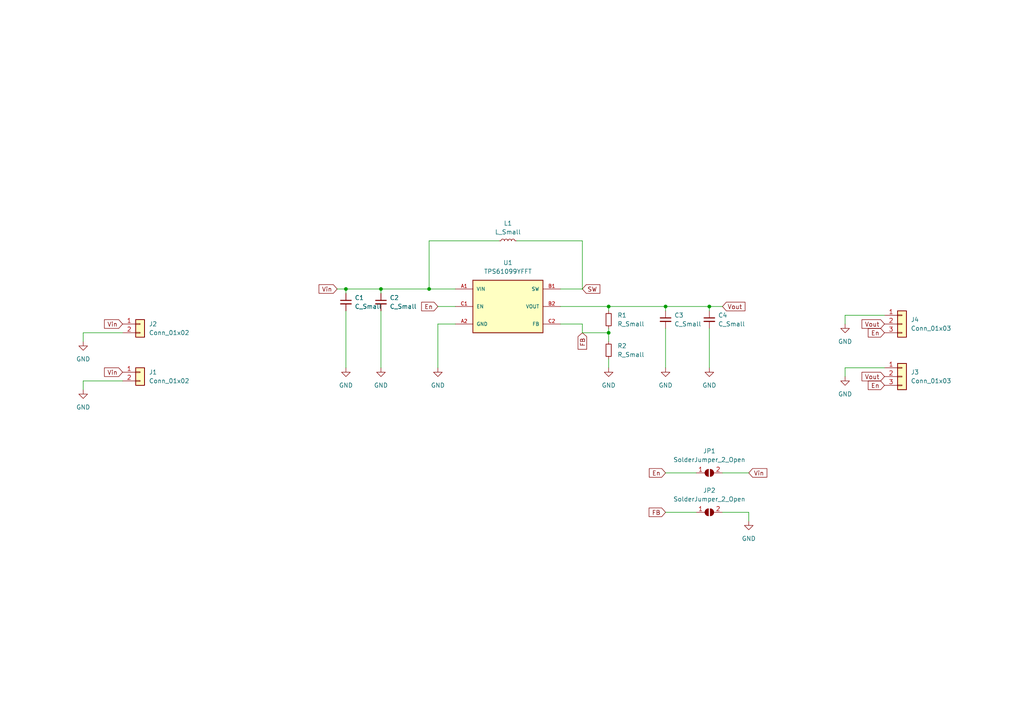
<source format=kicad_sch>
(kicad_sch (version 20231120) (generator "eeschema") (generator_version "8.0")
  (paper "A4")
  (title_block (title "PFFF_template") (date "2024-06-02") (rev "<<version>>") (comment 4 "Git-0d2bf0b"))
  (lib_symbols
    (symbol "Connector_Generic:Conn_01x02" (pin_names (offset 1.016) hide)
      (property "Reference" "J" (at 0 2.54 0))
      (property "Value" "Conn_01x02" (at 0 -5.08 0))
      (symbol "Conn_01x02_1_1"
        (rectangle (start -1.27 -2.413) (end 0 -2.667) (stroke (width 0.1524)))
        (rectangle (start -1.27 0.127) (end 0 -0.127) (stroke (width 0.1524)))
        (rectangle (start -1.27 1.27) (end 1.27 -3.81) (stroke (width 0.254)) (fill (type background)))
        (pin passive line (at -5.08 0 0) (length 3.81) (name "Pin_1") (number "1"))
        (pin passive line (at -5.08 -2.54 0) (length 3.81) (name "Pin_2") (number "2"))
      )
    )
    (symbol "Connector_Generic:Conn_01x03" (pin_names (offset 1.016) hide)
      (property "Reference" "J" (at 0 5.08 0))
      (property "Value" "Conn_01x03" (at 0 -5.08 0))
      (symbol "Conn_01x03_1_1"
        (rectangle (start -1.27 -2.413) (end 0 -2.667) (stroke (width 0.1524)))
        (rectangle (start -1.27 0.127) (end 0 -0.127) (stroke (width 0.1524)))
        (rectangle (start -1.27 2.667) (end 0 2.413) (stroke (width 0.1524)))
        (rectangle (start -1.27 3.81) (end 1.27 -3.81) (stroke (width 0.254)) (fill (type background)))
        (pin passive line (at -5.08 2.54 0) (length 3.81) (name "Pin_1") (number "1"))
        (pin passive line (at -5.08 0 0) (length 3.81) (name "Pin_2") (number "2"))
        (pin passive line (at -5.08 -2.54 0) (length 3.81) (name "Pin_3") (number "3"))
      )
    )
    (symbol "Converter_DCDC_custom:TPS61099YFFT" (pin_names (offset 1.016))
      (property "Reference" "U1" (at 0 12.7 0))
      (property "Value" "TPS61099YFFT" (at 0 10.16 0))
      (symbol "TPS61099YFFT_0_0"
        (rectangle (start -10.16 -7.62) (end 10.16 7.62) (stroke (width 0.254)) (fill (type background)))
        (pin input line (at -15.24 5.08 0) (length 5.08) (name "VIN") (number "A1"))
        (pin power_in line (at -15.24 -5.08 0) (length 5.08) (name "GND") (number "A2"))
        (pin passive line (at 15.24 5.08 180) (length 5.08) (name "SW") (number "B1"))
        (pin output line (at 15.24 0 180) (length 5.08) (name "VOUT") (number "B2"))
        (pin input line (at -15.24 0 0) (length 5.08) (name "EN") (number "C1"))
        (pin input line (at 15.24 -5.08 180) (length 5.08) (name "FB") (number "C2"))
      )
    )
    (symbol "Device:C_Small" (pin_numbers hide) (pin_names (offset 0.254) hide)
      (property "Reference" "C" (at 0.254 1.778 0))
      (property "Value" "C_Small" (at 0.254 -2.032 0))
      (symbol "C_Small_0_1"
        (polyline (pts (xy -1.524 -0.508) (xy 1.524 -0.508)) (stroke (width 0.3302)))
        (polyline (pts (xy -1.524 0.508) (xy 1.524 0.508)) (stroke (width 0.3048)))
      )
      (symbol "C_Small_1_1"
        (pin passive line (at 0 2.54 270) (length 2.032) (name "~") (number "1"))
        (pin passive line (at 0 -2.54 90) (length 2.032) (name "~") (number "2"))
      )
    )
    (symbol "Device:L_Small" (pin_numbers hide) (pin_names (offset 0.254) hide)
      (property "Reference" "L" (at 0.762 1.016 0))
      (property "Value" "L_Small" (at 0.762 -1.016 0))
      (symbol "L_Small_0_1"
        (arc (start 0 -2.032) (mid 0.5058 -1.524) (end 0 -1.016))
        (arc (start 0 -1.016) (mid 0.5058 -0.508) (end 0 0))
        (arc (start 0 0) (mid 0.5058 0.508) (end 0 1.016))
        (arc (start 0 1.016) (mid 0.5058 1.524) (end 0 2.032))
      )
      (symbol "L_Small_1_1"
        (pin passive line (at 0 2.54 270) (length 0.508) (name "~") (number "1"))
        (pin passive line (at 0 -2.54 90) (length 0.508) (name "~") (number "2"))
      )
    )
    (symbol "Device:R_Small" (pin_numbers hide) (pin_names (offset 0.254) hide)
      (property "Reference" "R" (at 0.762 0.508 0))
      (property "Value" "R_Small" (at 0.762 -1.016 0))
      (symbol "R_Small_0_1"
        (rectangle (start -0.762 1.778) (end 0.762 -1.778) (stroke (width 0.2032)))
      )
      (symbol "R_Small_1_1"
        (pin passive line (at 0 2.54 270) (length 0.762) (name "~") (number "1"))
        (pin passive line (at 0 -2.54 90) (length 0.762) (name "~") (number "2"))
      )
    )
    (symbol "Jumper:SolderJumper_2_Open" (pin_names (offset 0) hide)
      (property "Reference" "JP" (at 0 2.032 0))
      (property "Value" "SolderJumper_2_Open" (at 0 -2.54 0))
      (symbol "SolderJumper_2_Open_0_1"
        (arc (start -0.254 1.016) (mid -1.2655 0) (end -0.254 -1.016))
        (arc (start -0.254 1.016) (mid -1.2655 0) (end -0.254 -1.016) (fill (type outline)))
        (polyline (pts (xy -0.254 1.016) (xy -0.254 -1.016)))
        (polyline (pts (xy 0.254 1.016) (xy 0.254 -1.016)))
        (arc (start 0.254 -1.016) (mid 1.2655 0) (end 0.254 1.016))
        (arc (start 0.254 -1.016) (mid 1.2655 0) (end 0.254 1.016) (fill (type outline)))
      )
      (symbol "SolderJumper_2_Open_1_1"
        (pin passive line (at -3.81 0 0) (length 2.54) (name "A") (number "1"))
        (pin passive line (at 3.81 0 180) (length 2.54) (name "B") (number "2"))
      )
    )
    (symbol "power:GND" (power) (pin_names (offset 0))
      (property "Value" "GND" (at 0 -3.81 0))
      (symbol "GND_0_1"
        (polyline (pts (xy 0 0) (xy 0 -1.27) (xy 1.27 -1.27) (xy 0 -2.54) (xy -1.27 -1.27) (xy 0 -1.27)))
      )
      (symbol "GND_1_1"
        (pin power_in line (at 0 0 270) (length 0) hide (name "GND") (number "1"))
      )
    )
  )
  (junction (at 100.33 83.82))
  (junction (at 205.74 88.9))
  (junction (at 193.04 88.9))
  (junction (at 110.49 83.82))
  (junction (at 176.53 96.52))
  (junction (at 176.53 88.9))
  (junction (at 124.46 83.82))
  (wire (pts (xy 176.53 96.52) (xy 176.53 99.06)))
  (wire (pts (xy 100.33 83.82) (xy 100.33 85.09)))
  (wire (pts (xy 245.11 109.22) (xy 245.11 106.68)))
  (wire (pts (xy 24.13 113.03) (xy 24.13 110.49)))
  (wire (pts (xy 144.78 69.85) (xy 124.46 69.85)))
  (wire (pts (xy 193.04 137.16) (xy 201.93 137.16)))
  (wire (pts (xy 162.56 93.98) (xy 168.91 93.98)))
  (wire (pts (xy 24.13 110.49) (xy 35.56 110.49)))
  (wire (pts (xy 124.46 69.85) (xy 124.46 83.82)))
  (wire (pts (xy 205.74 88.9) (xy 205.74 90.17)))
  (wire (pts (xy 176.53 90.17) (xy 176.53 88.9)))
  (wire (pts (xy 245.11 91.44) (xy 256.54 91.44)))
  (wire (pts (xy 162.56 88.9) (xy 176.53 88.9)))
  (wire (pts (xy 100.33 83.82) (xy 110.49 83.82)))
  (wire (pts (xy 176.53 88.9) (xy 193.04 88.9)))
  (wire (pts (xy 127 93.98) (xy 132.08 93.98)))
  (wire (pts (xy 209.55 148.59) (xy 217.17 148.59)))
  (wire (pts (xy 176.53 104.14) (xy 176.53 106.68)))
  (wire (pts (xy 110.49 83.82) (xy 110.49 85.09)))
  (wire (pts (xy 110.49 90.17) (xy 110.49 106.68)))
  (wire (pts (xy 24.13 96.52) (xy 35.56 96.52)))
  (wire (pts (xy 209.55 137.16) (xy 217.17 137.16)))
  (wire (pts (xy 168.91 83.82) (xy 168.91 69.85)))
  (wire (pts (xy 127 88.9) (xy 132.08 88.9)))
  (wire (pts (xy 110.49 83.82) (xy 124.46 83.82)))
  (wire (pts (xy 100.33 90.17) (xy 100.33 106.68)))
  (wire (pts (xy 168.91 83.82) (xy 162.56 83.82)))
  (wire (pts (xy 245.11 106.68) (xy 256.54 106.68)))
  (wire (pts (xy 124.46 83.82) (xy 132.08 83.82)))
  (wire (pts (xy 24.13 99.06) (xy 24.13 96.52)))
  (wire (pts (xy 205.74 95.25) (xy 205.74 106.68)))
  (wire (pts (xy 193.04 88.9) (xy 205.74 88.9)))
  (wire (pts (xy 97.79 83.82) (xy 100.33 83.82)))
  (wire (pts (xy 168.91 93.98) (xy 168.91 96.52)))
  (wire (pts (xy 176.53 95.25) (xy 176.53 96.52)))
  (wire (pts (xy 245.11 93.98) (xy 245.11 91.44)))
  (wire (pts (xy 205.74 88.9) (xy 209.55 88.9)))
  (wire (pts (xy 168.91 69.85) (xy 149.86 69.85)))
  (wire (pts (xy 217.17 148.59) (xy 217.17 151.13)))
  (wire (pts (xy 168.91 96.52) (xy 176.53 96.52)))
  (wire (pts (xy 193.04 148.59) (xy 201.93 148.59)))
  (wire (pts (xy 127 106.68) (xy 127 93.98)))
  (wire (pts (xy 193.04 88.9) (xy 193.04 90.17)))
  (wire (pts (xy 193.04 95.25) (xy 193.04 106.68)))
  (global_label "En" (shape input) (at 256.54 96.52 180) (property "Intersheetrefs" "${INTERSHEET_REFS}" (effects (hide yes))))
  (global_label "FB" (shape input) (at 168.91 96.52 270) (property "Intersheetrefs" "${INTERSHEET_REFS}" (effects (hide yes))))
  (global_label "Vin" (shape input) (at 97.79 83.82 180) (property "Intersheetrefs" "${INTERSHEET_REFS}" (effects (hide yes))))
  (global_label "SW" (shape input) (at 168.91 83.82 0) (property "Intersheetrefs" "${INTERSHEET_REFS}" (effects (hide yes))))
  (global_label "Vout" (shape input) (at 256.54 109.22 180) (property "Intersheetrefs" "${INTERSHEET_REFS}" (effects (hide yes))))
  (global_label "Vin" (shape input) (at 35.56 93.98 180) (property "Intersheetrefs" "${INTERSHEET_REFS}" (effects (hide yes))))
  (global_label "En" (shape input) (at 193.04 137.16 180) (property "Intersheetrefs" "${INTERSHEET_REFS}" (effects (hide yes))))
  (global_label "FB" (shape input) (at 193.04 148.59 180) (property "Intersheetrefs" "${INTERSHEET_REFS}" (effects (hide yes))))
  (global_label "Vin" (shape input) (at 217.17 137.16 0) (property "Intersheetrefs" "${INTERSHEET_REFS}" (effects (hide yes))))
  (global_label "En" (shape input) (at 256.54 111.76 180) (property "Intersheetrefs" "${INTERSHEET_REFS}" (effects (hide yes))))
  (global_label "Vin" (shape input) (at 35.56 107.95 180) (property "Intersheetrefs" "${INTERSHEET_REFS}" (effects (hide yes))))
  (global_label "Vout" (shape input) (at 209.55 88.9 0) (property "Intersheetrefs" "${INTERSHEET_REFS}" (effects (hide yes))))
  (global_label "En" (shape input) (at 127 88.9 180) (property "Intersheetrefs" "${INTERSHEET_REFS}" (effects (hide yes))))
  (global_label "Vout" (shape input) (at 256.54 93.98 180) (property "Intersheetrefs" "${INTERSHEET_REFS}" (effects (hide yes))))
  (symbol (lib_id "Device:C_Small") (at 205.74 92.71 0) (unit 1)
    (property "Reference" "C4" (at 208.28 91.4462 0) (effects (justify left)))
    (property "Value" "C_Small" (at 208.28 93.9862 0) (effects (justify left)))
    (property "Footprint" "Capacitor_SMD:C_0805_2012Metric" (effects (hide yes)))
  )
  (symbol (lib_id "power:GND") (at 176.53 106.68 0) (unit 1)
    (property "Reference" "#PWR04" (effects (hide yes)))
    (property "Value" "GND" (at 176.53 111.76 0))
  )
  (symbol (lib_id "power:GND") (at 127 106.68 0) (unit 1)
    (property "Reference" "#PWR03" (effects (hide yes)))
    (property "Value" "GND" (at 127 111.76 0))
  )
  (symbol (lib_id "Device:R_Small") (at 176.53 101.6 0) (unit 1)
    (property "Reference" "R2" (at 179.07 100.3299 0) (effects (justify left)))
    (property "Value" "R_Small" (at 179.07 102.8699 0) (effects (justify left)))
    (property "Footprint" "Resistor_SMD:R_0805_2012Metric" (effects (hide yes)))
  )
  (symbol (lib_id "power:GND") (at 24.13 113.03 0) (unit 1)
    (property "Reference" "#PWR0105" (effects (hide yes)))
    (property "Value" "GND" (at 24.13 118.11 0))
  )
  (symbol (lib_id "Jumper:SolderJumper_2_Open") (at 205.74 148.59 0) (unit 1)
    (property "Reference" "JP2" (at 205.74 142.24 0))
    (property "Value" "SolderJumper_2_Open" (at 205.74 144.78 0))
    (property "Footprint" "Jumper:SolderJumper-2_P1.3mm_Open_RoundedPad1.0x1.5mm" (effects (hide yes)))
  )
  (symbol (lib_id "Device:R_Small") (at 176.53 92.71 0) (unit 1)
    (property "Reference" "R1" (at 179.07 91.4399 0) (effects (justify left)))
    (property "Value" "R_Small" (at 179.07 93.9799 0) (effects (justify left)))
    (property "Footprint" "Resistor_SMD:R_0805_2012Metric" (effects (hide yes)))
  )
  (symbol (lib_id "Connector_Generic:Conn_01x03") (at 261.62 109.22 0) (unit 1)
    (property "Reference" "J3" (at 264.16 107.9499 0) (effects (justify left)))
    (property "Value" "Conn_01x03" (at 264.16 110.4899 0) (effects (justify left)))
    (property "Footprint" "Connector_PinHeader_2.54mm:PinHeader_1x03_P2.54mm_Vertical" (effects (hide yes)))
  )
  (symbol (lib_id "power:GND") (at 193.04 106.68 0) (unit 1)
    (property "Reference" "#PWR05" (effects (hide yes)))
    (property "Value" "GND" (at 193.04 111.76 0))
  )
  (symbol (lib_id "Converter_DCDC_custom:TPS61099YFFT") (at 147.32 88.9 0) (unit 1)
    (property "Reference" "U1" (at 147.32 76.2 0))
    (property "Value" "TPS61099YFFT" (at 147.32 78.74 0))
    (property "Footprint" "Converter_DCDC_custom:BGA6N40P3X2_122X88X62N" (effects (hide yes)))
    (property "STANDARD" "IPC 7351B" (effects (hide yes)))
    (property "PARTREV" "K" (effects (hide yes)))
    (property "MAXIMUM_PACKAGE_HEIGHT" "0.625mm" (effects (hide yes)))
    (property "MANUFACTURER" "Texas Instruments" (effects (hide yes)))
  )
  (symbol (lib_id "Device:C_Small") (at 100.33 87.63 0) (unit 1)
    (property "Reference" "C1" (at 102.87 86.3662 0) (effects (justify left)))
    (property "Value" "C_Small" (at 102.87 88.9062 0) (effects (justify left)))
    (property "Footprint" "Capacitor_SMD:C_0805_2012Metric" (effects (hide yes)))
  )
  (symbol (lib_id "power:GND") (at 245.11 93.98 0) (unit 1)
    (property "Reference" "#PWR0101" (effects (hide yes)))
    (property "Value" "GND" (at 245.11 99.06 0))
  )
  (symbol (lib_id "power:GND") (at 110.49 106.68 0) (unit 1)
    (property "Reference" "#PWR02" (effects (hide yes)))
    (property "Value" "GND" (at 110.49 111.76 0))
  )
  (symbol (lib_id "power:GND") (at 217.17 151.13 0) (unit 1)
    (property "Reference" "#PWR0102" (effects (hide yes)))
    (property "Value" "GND" (at 217.17 156.21 0))
  )
  (symbol (lib_id "power:GND") (at 205.74 106.68 0) (unit 1)
    (property "Reference" "#PWR06" (effects (hide yes)))
    (property "Value" "GND" (at 205.74 111.76 0))
  )
  (symbol (lib_id "Jumper:SolderJumper_2_Open") (at 205.74 137.16 0) (unit 1)
    (property "Reference" "JP1" (at 205.74 130.81 0))
    (property "Value" "SolderJumper_2_Open" (at 205.74 133.35 0))
    (property "Footprint" "Jumper:SolderJumper-2_P1.3mm_Open_RoundedPad1.0x1.5mm" (effects (hide yes)))
  )
  (symbol (lib_id "power:GND") (at 24.13 99.06 0) (unit 1)
    (property "Reference" "#PWR0104" (effects (hide yes)))
    (property "Value" "GND" (at 24.13 104.14 0))
  )
  (symbol (lib_id "power:GND") (at 245.11 109.22 0) (unit 1)
    (property "Reference" "#PWR0103" (effects (hide yes)))
    (property "Value" "GND" (at 245.11 114.3 0))
  )
  (symbol (lib_id "Connector_Generic:Conn_01x02") (at 40.64 93.98 0) (unit 1)
    (property "Reference" "J2" (at 43.18 93.9799 0) (effects (justify left)))
    (property "Value" "Conn_01x02" (at 43.18 96.5199 0) (effects (justify left)))
    (property "Footprint" "Connector_PinHeader_2.54mm:PinHeader_1x02_P2.54mm_Vertical" (effects (hide yes)))
  )
  (symbol (lib_id "power:GND") (at 100.33 106.68 0) (unit 1)
    (property "Reference" "#PWR01" (effects (hide yes)))
    (property "Value" "GND" (at 100.33 111.76 0))
  )
  (symbol (lib_id "Device:C_Small") (at 110.49 87.63 0) (unit 1)
    (property "Reference" "C2" (at 113.03 86.3662 0) (effects (justify left)))
    (property "Value" "C_Small" (at 113.03 88.9062 0) (effects (justify left)))
    (property "Footprint" "Capacitor_SMD:C_0805_2012Metric" (effects (hide yes)))
  )
  (symbol (lib_id "Connector_Generic:Conn_01x03") (at 261.62 93.98 0) (unit 1)
    (property "Reference" "J4" (at 264.16 92.7099 0) (effects (justify left)))
    (property "Value" "Conn_01x03" (at 264.16 95.2499 0) (effects (justify left)))
    (property "Footprint" "Connector_PinHeader_2.54mm:PinHeader_1x03_P2.54mm_Vertical" (effects (hide yes)))
  )
  (symbol (lib_id "Device:L_Small") (at 147.32 69.85 90) (unit 1)
    (property "Reference" "L1" (at 147.32 64.77 90))
    (property "Value" "L_Small" (at 147.32 67.31 90))
    (property "Footprint" "Inductor_SMD:L_1008_2520Metric" (effects (hide yes)))
  )
  (symbol (lib_id "Connector_Generic:Conn_01x02") (at 40.64 107.95 0) (unit 1)
    (property "Reference" "J1" (at 43.18 107.9499 0) (effects (justify left)))
    (property "Value" "Conn_01x02" (at 43.18 110.4899 0) (effects (justify left)))
    (property "Footprint" "Connector_PinHeader_2.54mm:PinHeader_1x02_P2.54mm_Vertical" (effects (hide yes)))
  )
  (symbol (lib_id "Device:C_Small") (at 193.04 92.71 0) (unit 1)
    (property "Reference" "C3" (at 195.58 91.4462 0) (effects (justify left)))
    (property "Value" "C_Small" (at 195.58 93.9862 0) (effects (justify left)))
    (property "Footprint" "Capacitor_SMD:C_0805_2012Metric" (effects (hide yes)))
  )
)
</source>
